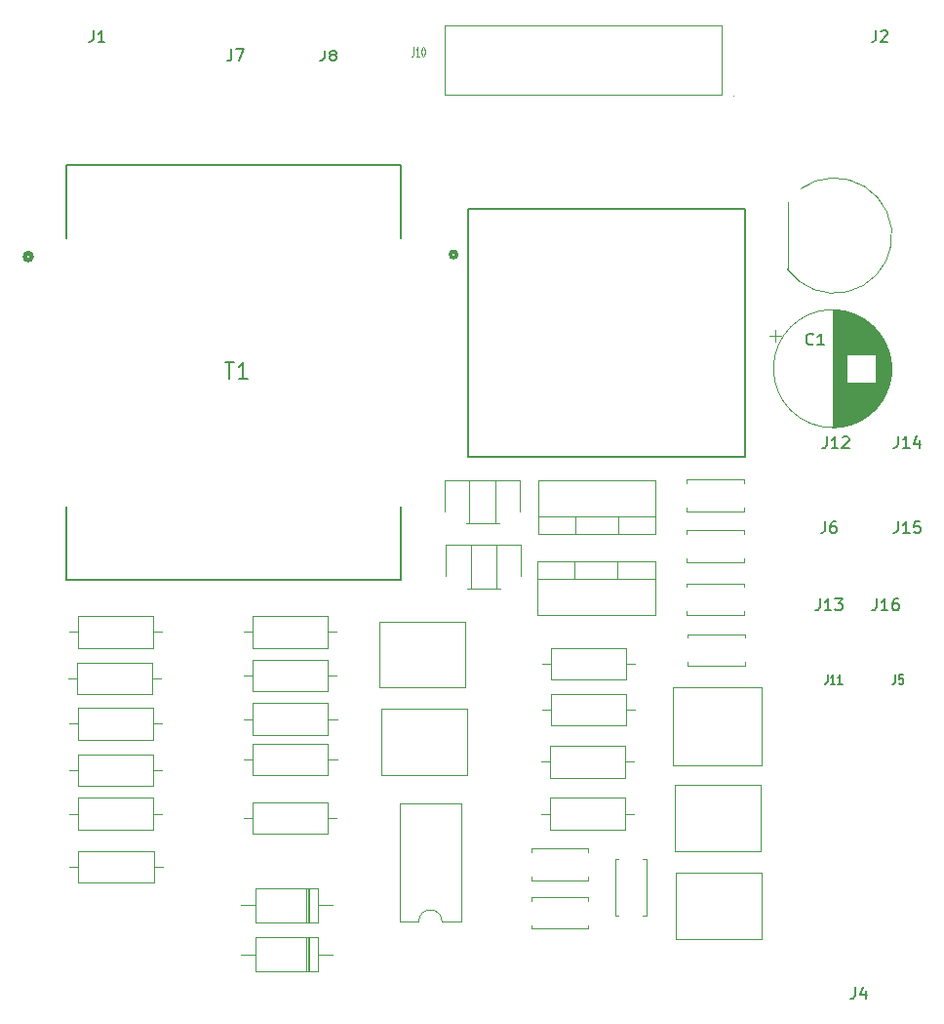
<source format=gbr>
%TF.GenerationSoftware,KiCad,Pcbnew,8.0.6*%
%TF.CreationDate,2025-03-04T10:23:17-08:00*%
%TF.ProjectId,Final_Board-Analog-v2,46696e61-6c5f-4426-9f61-72642d416e61,rev?*%
%TF.SameCoordinates,Original*%
%TF.FileFunction,Legend,Top*%
%TF.FilePolarity,Positive*%
%FSLAX46Y46*%
G04 Gerber Fmt 4.6, Leading zero omitted, Abs format (unit mm)*
G04 Created by KiCad (PCBNEW 8.0.6) date 2025-03-04 10:23:17*
%MOMM*%
%LPD*%
G01*
G04 APERTURE LIST*
%ADD10C,0.150000*%
%ADD11C,0.125000*%
%ADD12C,0.120000*%
%ADD13C,0.127000*%
%ADD14C,0.400000*%
%ADD15C,0.300000*%
%ADD16C,0.100000*%
G04 APERTURE END LIST*
D10*
X172466666Y-135054819D02*
X172466666Y-135769104D01*
X172466666Y-135769104D02*
X172419047Y-135911961D01*
X172419047Y-135911961D02*
X172323809Y-136007200D01*
X172323809Y-136007200D02*
X172180952Y-136054819D01*
X172180952Y-136054819D02*
X172085714Y-136054819D01*
X173371428Y-135388152D02*
X173371428Y-136054819D01*
X173133333Y-135007200D02*
X172895238Y-135721485D01*
X172895238Y-135721485D02*
X173514285Y-135721485D01*
X176190476Y-87254819D02*
X176190476Y-87969104D01*
X176190476Y-87969104D02*
X176142857Y-88111961D01*
X176142857Y-88111961D02*
X176047619Y-88207200D01*
X176047619Y-88207200D02*
X175904762Y-88254819D01*
X175904762Y-88254819D02*
X175809524Y-88254819D01*
X177190476Y-88254819D02*
X176619048Y-88254819D01*
X176904762Y-88254819D02*
X176904762Y-87254819D01*
X176904762Y-87254819D02*
X176809524Y-87397676D01*
X176809524Y-87397676D02*
X176714286Y-87492914D01*
X176714286Y-87492914D02*
X176619048Y-87540533D01*
X178047619Y-87588152D02*
X178047619Y-88254819D01*
X177809524Y-87207200D02*
X177571429Y-87921485D01*
X177571429Y-87921485D02*
X178190476Y-87921485D01*
X118316666Y-53704819D02*
X118316666Y-54419104D01*
X118316666Y-54419104D02*
X118269047Y-54561961D01*
X118269047Y-54561961D02*
X118173809Y-54657200D01*
X118173809Y-54657200D02*
X118030952Y-54704819D01*
X118030952Y-54704819D02*
X117935714Y-54704819D01*
X118697619Y-53704819D02*
X119364285Y-53704819D01*
X119364285Y-53704819D02*
X118935714Y-54704819D01*
X169866666Y-94654819D02*
X169866666Y-95369104D01*
X169866666Y-95369104D02*
X169819047Y-95511961D01*
X169819047Y-95511961D02*
X169723809Y-95607200D01*
X169723809Y-95607200D02*
X169580952Y-95654819D01*
X169580952Y-95654819D02*
X169485714Y-95654819D01*
X170771428Y-94654819D02*
X170580952Y-94654819D01*
X170580952Y-94654819D02*
X170485714Y-94702438D01*
X170485714Y-94702438D02*
X170438095Y-94750057D01*
X170438095Y-94750057D02*
X170342857Y-94892914D01*
X170342857Y-94892914D02*
X170295238Y-95083390D01*
X170295238Y-95083390D02*
X170295238Y-95464342D01*
X170295238Y-95464342D02*
X170342857Y-95559580D01*
X170342857Y-95559580D02*
X170390476Y-95607200D01*
X170390476Y-95607200D02*
X170485714Y-95654819D01*
X170485714Y-95654819D02*
X170676190Y-95654819D01*
X170676190Y-95654819D02*
X170771428Y-95607200D01*
X170771428Y-95607200D02*
X170819047Y-95559580D01*
X170819047Y-95559580D02*
X170866666Y-95464342D01*
X170866666Y-95464342D02*
X170866666Y-95226247D01*
X170866666Y-95226247D02*
X170819047Y-95131009D01*
X170819047Y-95131009D02*
X170771428Y-95083390D01*
X170771428Y-95083390D02*
X170676190Y-95035771D01*
X170676190Y-95035771D02*
X170485714Y-95035771D01*
X170485714Y-95035771D02*
X170390476Y-95083390D01*
X170390476Y-95083390D02*
X170342857Y-95131009D01*
X170342857Y-95131009D02*
X170295238Y-95226247D01*
X117745333Y-80839866D02*
X118545333Y-80839866D01*
X118145333Y-82239866D02*
X118145333Y-80839866D01*
X119745333Y-82239866D02*
X118945333Y-82239866D01*
X119345333Y-82239866D02*
X119345333Y-80839866D01*
X119345333Y-80839866D02*
X119212000Y-81039866D01*
X119212000Y-81039866D02*
X119078667Y-81173200D01*
X119078667Y-81173200D02*
X118945333Y-81239866D01*
X106325666Y-52072819D02*
X106325666Y-52787104D01*
X106325666Y-52787104D02*
X106278047Y-52929961D01*
X106278047Y-52929961D02*
X106182809Y-53025200D01*
X106182809Y-53025200D02*
X106039952Y-53072819D01*
X106039952Y-53072819D02*
X105944714Y-53072819D01*
X107325666Y-53072819D02*
X106754238Y-53072819D01*
X107039952Y-53072819D02*
X107039952Y-52072819D01*
X107039952Y-52072819D02*
X106944714Y-52215676D01*
X106944714Y-52215676D02*
X106849476Y-52310914D01*
X106849476Y-52310914D02*
X106754238Y-52358533D01*
X174269666Y-52072819D02*
X174269666Y-52787104D01*
X174269666Y-52787104D02*
X174222047Y-52929961D01*
X174222047Y-52929961D02*
X174126809Y-53025200D01*
X174126809Y-53025200D02*
X173983952Y-53072819D01*
X173983952Y-53072819D02*
X173888714Y-53072819D01*
X174698238Y-52168057D02*
X174745857Y-52120438D01*
X174745857Y-52120438D02*
X174841095Y-52072819D01*
X174841095Y-52072819D02*
X175079190Y-52072819D01*
X175079190Y-52072819D02*
X175174428Y-52120438D01*
X175174428Y-52120438D02*
X175222047Y-52168057D01*
X175222047Y-52168057D02*
X175269666Y-52263295D01*
X175269666Y-52263295D02*
X175269666Y-52358533D01*
X175269666Y-52358533D02*
X175222047Y-52501390D01*
X175222047Y-52501390D02*
X174650619Y-53072819D01*
X174650619Y-53072819D02*
X175269666Y-53072819D01*
X174310476Y-101354819D02*
X174310476Y-102069104D01*
X174310476Y-102069104D02*
X174262857Y-102211961D01*
X174262857Y-102211961D02*
X174167619Y-102307200D01*
X174167619Y-102307200D02*
X174024762Y-102354819D01*
X174024762Y-102354819D02*
X173929524Y-102354819D01*
X175310476Y-102354819D02*
X174739048Y-102354819D01*
X175024762Y-102354819D02*
X175024762Y-101354819D01*
X175024762Y-101354819D02*
X174929524Y-101497676D01*
X174929524Y-101497676D02*
X174834286Y-101592914D01*
X174834286Y-101592914D02*
X174739048Y-101640533D01*
X176167619Y-101354819D02*
X175977143Y-101354819D01*
X175977143Y-101354819D02*
X175881905Y-101402438D01*
X175881905Y-101402438D02*
X175834286Y-101450057D01*
X175834286Y-101450057D02*
X175739048Y-101592914D01*
X175739048Y-101592914D02*
X175691429Y-101783390D01*
X175691429Y-101783390D02*
X175691429Y-102164342D01*
X175691429Y-102164342D02*
X175739048Y-102259580D01*
X175739048Y-102259580D02*
X175786667Y-102307200D01*
X175786667Y-102307200D02*
X175881905Y-102354819D01*
X175881905Y-102354819D02*
X176072381Y-102354819D01*
X176072381Y-102354819D02*
X176167619Y-102307200D01*
X176167619Y-102307200D02*
X176215238Y-102259580D01*
X176215238Y-102259580D02*
X176262857Y-102164342D01*
X176262857Y-102164342D02*
X176262857Y-101926247D01*
X176262857Y-101926247D02*
X176215238Y-101831009D01*
X176215238Y-101831009D02*
X176167619Y-101783390D01*
X176167619Y-101783390D02*
X176072381Y-101735771D01*
X176072381Y-101735771D02*
X175881905Y-101735771D01*
X175881905Y-101735771D02*
X175786667Y-101783390D01*
X175786667Y-101783390D02*
X175739048Y-101831009D01*
X175739048Y-101831009D02*
X175691429Y-101926247D01*
X169390476Y-101354819D02*
X169390476Y-102069104D01*
X169390476Y-102069104D02*
X169342857Y-102211961D01*
X169342857Y-102211961D02*
X169247619Y-102307200D01*
X169247619Y-102307200D02*
X169104762Y-102354819D01*
X169104762Y-102354819D02*
X169009524Y-102354819D01*
X170390476Y-102354819D02*
X169819048Y-102354819D01*
X170104762Y-102354819D02*
X170104762Y-101354819D01*
X170104762Y-101354819D02*
X170009524Y-101497676D01*
X170009524Y-101497676D02*
X169914286Y-101592914D01*
X169914286Y-101592914D02*
X169819048Y-101640533D01*
X170723810Y-101354819D02*
X171342857Y-101354819D01*
X171342857Y-101354819D02*
X171009524Y-101735771D01*
X171009524Y-101735771D02*
X171152381Y-101735771D01*
X171152381Y-101735771D02*
X171247619Y-101783390D01*
X171247619Y-101783390D02*
X171295238Y-101831009D01*
X171295238Y-101831009D02*
X171342857Y-101926247D01*
X171342857Y-101926247D02*
X171342857Y-102164342D01*
X171342857Y-102164342D02*
X171295238Y-102259580D01*
X171295238Y-102259580D02*
X171247619Y-102307200D01*
X171247619Y-102307200D02*
X171152381Y-102354819D01*
X171152381Y-102354819D02*
X170866667Y-102354819D01*
X170866667Y-102354819D02*
X170771429Y-102307200D01*
X170771429Y-102307200D02*
X170723810Y-102259580D01*
X169990476Y-87304819D02*
X169990476Y-88019104D01*
X169990476Y-88019104D02*
X169942857Y-88161961D01*
X169942857Y-88161961D02*
X169847619Y-88257200D01*
X169847619Y-88257200D02*
X169704762Y-88304819D01*
X169704762Y-88304819D02*
X169609524Y-88304819D01*
X170990476Y-88304819D02*
X170419048Y-88304819D01*
X170704762Y-88304819D02*
X170704762Y-87304819D01*
X170704762Y-87304819D02*
X170609524Y-87447676D01*
X170609524Y-87447676D02*
X170514286Y-87542914D01*
X170514286Y-87542914D02*
X170419048Y-87590533D01*
X171371429Y-87400057D02*
X171419048Y-87352438D01*
X171419048Y-87352438D02*
X171514286Y-87304819D01*
X171514286Y-87304819D02*
X171752381Y-87304819D01*
X171752381Y-87304819D02*
X171847619Y-87352438D01*
X171847619Y-87352438D02*
X171895238Y-87400057D01*
X171895238Y-87400057D02*
X171942857Y-87495295D01*
X171942857Y-87495295D02*
X171942857Y-87590533D01*
X171942857Y-87590533D02*
X171895238Y-87733390D01*
X171895238Y-87733390D02*
X171323810Y-88304819D01*
X171323810Y-88304819D02*
X171942857Y-88304819D01*
X176190476Y-94654819D02*
X176190476Y-95369104D01*
X176190476Y-95369104D02*
X176142857Y-95511961D01*
X176142857Y-95511961D02*
X176047619Y-95607200D01*
X176047619Y-95607200D02*
X175904762Y-95654819D01*
X175904762Y-95654819D02*
X175809524Y-95654819D01*
X177190476Y-95654819D02*
X176619048Y-95654819D01*
X176904762Y-95654819D02*
X176904762Y-94654819D01*
X176904762Y-94654819D02*
X176809524Y-94797676D01*
X176809524Y-94797676D02*
X176714286Y-94892914D01*
X176714286Y-94892914D02*
X176619048Y-94940533D01*
X178095238Y-94654819D02*
X177619048Y-94654819D01*
X177619048Y-94654819D02*
X177571429Y-95131009D01*
X177571429Y-95131009D02*
X177619048Y-95083390D01*
X177619048Y-95083390D02*
X177714286Y-95035771D01*
X177714286Y-95035771D02*
X177952381Y-95035771D01*
X177952381Y-95035771D02*
X178047619Y-95083390D01*
X178047619Y-95083390D02*
X178095238Y-95131009D01*
X178095238Y-95131009D02*
X178142857Y-95226247D01*
X178142857Y-95226247D02*
X178142857Y-95464342D01*
X178142857Y-95464342D02*
X178095238Y-95559580D01*
X178095238Y-95559580D02*
X178047619Y-95607200D01*
X178047619Y-95607200D02*
X177952381Y-95654819D01*
X177952381Y-95654819D02*
X177714286Y-95654819D01*
X177714286Y-95654819D02*
X177619048Y-95607200D01*
X177619048Y-95607200D02*
X177571429Y-95559580D01*
X170073809Y-107962295D02*
X170073809Y-108533723D01*
X170073809Y-108533723D02*
X170042856Y-108648009D01*
X170042856Y-108648009D02*
X169980952Y-108724200D01*
X169980952Y-108724200D02*
X169888094Y-108762295D01*
X169888094Y-108762295D02*
X169826190Y-108762295D01*
X170723809Y-108762295D02*
X170352380Y-108762295D01*
X170538094Y-108762295D02*
X170538094Y-107962295D01*
X170538094Y-107962295D02*
X170476190Y-108076580D01*
X170476190Y-108076580D02*
X170414285Y-108152771D01*
X170414285Y-108152771D02*
X170352380Y-108190866D01*
X171342857Y-108762295D02*
X170971428Y-108762295D01*
X171157142Y-108762295D02*
X171157142Y-107962295D01*
X171157142Y-107962295D02*
X171095238Y-108076580D01*
X171095238Y-108076580D02*
X171033333Y-108152771D01*
X171033333Y-108152771D02*
X170971428Y-108190866D01*
X168833333Y-79259580D02*
X168785714Y-79307200D01*
X168785714Y-79307200D02*
X168642857Y-79354819D01*
X168642857Y-79354819D02*
X168547619Y-79354819D01*
X168547619Y-79354819D02*
X168404762Y-79307200D01*
X168404762Y-79307200D02*
X168309524Y-79211961D01*
X168309524Y-79211961D02*
X168261905Y-79116723D01*
X168261905Y-79116723D02*
X168214286Y-78926247D01*
X168214286Y-78926247D02*
X168214286Y-78783390D01*
X168214286Y-78783390D02*
X168261905Y-78592914D01*
X168261905Y-78592914D02*
X168309524Y-78497676D01*
X168309524Y-78497676D02*
X168404762Y-78402438D01*
X168404762Y-78402438D02*
X168547619Y-78354819D01*
X168547619Y-78354819D02*
X168642857Y-78354819D01*
X168642857Y-78354819D02*
X168785714Y-78402438D01*
X168785714Y-78402438D02*
X168833333Y-78450057D01*
X169785714Y-79354819D02*
X169214286Y-79354819D01*
X169500000Y-79354819D02*
X169500000Y-78354819D01*
X169500000Y-78354819D02*
X169404762Y-78497676D01*
X169404762Y-78497676D02*
X169309524Y-78592914D01*
X169309524Y-78592914D02*
X169214286Y-78640533D01*
D11*
X134145238Y-53513595D02*
X134145238Y-54085023D01*
X134145238Y-54085023D02*
X134121429Y-54199309D01*
X134121429Y-54199309D02*
X134073810Y-54275500D01*
X134073810Y-54275500D02*
X134002381Y-54313595D01*
X134002381Y-54313595D02*
X133954762Y-54313595D01*
X134645238Y-54313595D02*
X134359524Y-54313595D01*
X134502381Y-54313595D02*
X134502381Y-53513595D01*
X134502381Y-53513595D02*
X134454762Y-53627880D01*
X134454762Y-53627880D02*
X134407143Y-53704071D01*
X134407143Y-53704071D02*
X134359524Y-53742166D01*
X134954761Y-53513595D02*
X135002380Y-53513595D01*
X135002380Y-53513595D02*
X135049999Y-53551690D01*
X135049999Y-53551690D02*
X135073809Y-53589785D01*
X135073809Y-53589785D02*
X135097618Y-53665976D01*
X135097618Y-53665976D02*
X135121428Y-53818357D01*
X135121428Y-53818357D02*
X135121428Y-54008833D01*
X135121428Y-54008833D02*
X135097618Y-54161214D01*
X135097618Y-54161214D02*
X135073809Y-54237404D01*
X135073809Y-54237404D02*
X135049999Y-54275500D01*
X135049999Y-54275500D02*
X135002380Y-54313595D01*
X135002380Y-54313595D02*
X134954761Y-54313595D01*
X134954761Y-54313595D02*
X134907142Y-54275500D01*
X134907142Y-54275500D02*
X134883333Y-54237404D01*
X134883333Y-54237404D02*
X134859523Y-54161214D01*
X134859523Y-54161214D02*
X134835714Y-54008833D01*
X134835714Y-54008833D02*
X134835714Y-53818357D01*
X134835714Y-53818357D02*
X134859523Y-53665976D01*
X134859523Y-53665976D02*
X134883333Y-53589785D01*
X134883333Y-53589785D02*
X134907142Y-53551690D01*
X134907142Y-53551690D02*
X134954761Y-53513595D01*
D10*
X126416666Y-53862295D02*
X126416666Y-54433723D01*
X126416666Y-54433723D02*
X126369047Y-54548009D01*
X126369047Y-54548009D02*
X126273809Y-54624200D01*
X126273809Y-54624200D02*
X126130952Y-54662295D01*
X126130952Y-54662295D02*
X126035714Y-54662295D01*
X127035714Y-54205152D02*
X126940476Y-54167057D01*
X126940476Y-54167057D02*
X126892857Y-54128961D01*
X126892857Y-54128961D02*
X126845238Y-54052771D01*
X126845238Y-54052771D02*
X126845238Y-54014676D01*
X126845238Y-54014676D02*
X126892857Y-53938485D01*
X126892857Y-53938485D02*
X126940476Y-53900390D01*
X126940476Y-53900390D02*
X127035714Y-53862295D01*
X127035714Y-53862295D02*
X127226190Y-53862295D01*
X127226190Y-53862295D02*
X127321428Y-53900390D01*
X127321428Y-53900390D02*
X127369047Y-53938485D01*
X127369047Y-53938485D02*
X127416666Y-54014676D01*
X127416666Y-54014676D02*
X127416666Y-54052771D01*
X127416666Y-54052771D02*
X127369047Y-54128961D01*
X127369047Y-54128961D02*
X127321428Y-54167057D01*
X127321428Y-54167057D02*
X127226190Y-54205152D01*
X127226190Y-54205152D02*
X127035714Y-54205152D01*
X127035714Y-54205152D02*
X126940476Y-54243247D01*
X126940476Y-54243247D02*
X126892857Y-54281342D01*
X126892857Y-54281342D02*
X126845238Y-54357533D01*
X126845238Y-54357533D02*
X126845238Y-54509914D01*
X126845238Y-54509914D02*
X126892857Y-54586104D01*
X126892857Y-54586104D02*
X126940476Y-54624200D01*
X126940476Y-54624200D02*
X127035714Y-54662295D01*
X127035714Y-54662295D02*
X127226190Y-54662295D01*
X127226190Y-54662295D02*
X127321428Y-54624200D01*
X127321428Y-54624200D02*
X127369047Y-54586104D01*
X127369047Y-54586104D02*
X127416666Y-54509914D01*
X127416666Y-54509914D02*
X127416666Y-54357533D01*
X127416666Y-54357533D02*
X127369047Y-54281342D01*
X127369047Y-54281342D02*
X127321428Y-54243247D01*
X127321428Y-54243247D02*
X127226190Y-54205152D01*
X175983333Y-107962295D02*
X175983333Y-108533723D01*
X175983333Y-108533723D02*
X175952380Y-108648009D01*
X175952380Y-108648009D02*
X175890476Y-108724200D01*
X175890476Y-108724200D02*
X175797618Y-108762295D01*
X175797618Y-108762295D02*
X175735714Y-108762295D01*
X176602380Y-107962295D02*
X176292856Y-107962295D01*
X176292856Y-107962295D02*
X176261904Y-108343247D01*
X176261904Y-108343247D02*
X176292856Y-108305152D01*
X176292856Y-108305152D02*
X176354761Y-108267057D01*
X176354761Y-108267057D02*
X176509523Y-108267057D01*
X176509523Y-108267057D02*
X176571428Y-108305152D01*
X176571428Y-108305152D02*
X176602380Y-108343247D01*
X176602380Y-108343247D02*
X176633333Y-108419438D01*
X176633333Y-108419438D02*
X176633333Y-108609914D01*
X176633333Y-108609914D02*
X176602380Y-108686104D01*
X176602380Y-108686104D02*
X176571428Y-108724200D01*
X176571428Y-108724200D02*
X176509523Y-108762295D01*
X176509523Y-108762295D02*
X176354761Y-108762295D01*
X176354761Y-108762295D02*
X176292856Y-108724200D01*
X176292856Y-108724200D02*
X176261904Y-108686104D01*
D12*
%TO.C,R10*%
X119400000Y-111800000D02*
X120170000Y-111800000D01*
X120170000Y-110430000D02*
X120170000Y-113170000D01*
X120170000Y-113170000D02*
X126710000Y-113170000D01*
X126710000Y-110430000D02*
X120170000Y-110430000D01*
X126710000Y-113170000D02*
X126710000Y-110430000D01*
X127480000Y-111800000D02*
X126710000Y-111800000D01*
%TO.C,RV1*%
X136830000Y-91105000D02*
X143370000Y-91105000D01*
X136830000Y-93800000D02*
X136830000Y-91105000D01*
X138666000Y-94846000D02*
X141535000Y-94846000D01*
X138980000Y-91105000D02*
X141220000Y-91105000D01*
X138980000Y-94846000D02*
X138980000Y-91105000D01*
X138980000Y-94846000D02*
X141220000Y-94846000D01*
X141220000Y-94846000D02*
X141220000Y-91105000D01*
X143370000Y-93800000D02*
X143370000Y-91105000D01*
%TO.C,R2*%
X104200000Y-112200000D02*
X104970000Y-112200000D01*
X104970000Y-110830000D02*
X104970000Y-113570000D01*
X104970000Y-113570000D02*
X111510000Y-113570000D01*
X111510000Y-110830000D02*
X104970000Y-110830000D01*
X111510000Y-113570000D02*
X111510000Y-110830000D01*
X112280000Y-112200000D02*
X111510000Y-112200000D01*
%TO.C,C4*%
X157850000Y-100030000D02*
X157850000Y-100345000D01*
X157850000Y-100030000D02*
X162790000Y-100030000D01*
X157850000Y-102455000D02*
X157850000Y-102770000D01*
X157850000Y-102770000D02*
X162790000Y-102770000D01*
X162790000Y-100030000D02*
X162790000Y-100345000D01*
X162790000Y-102455000D02*
X162790000Y-102770000D01*
%TO.C,R7*%
X119400000Y-115300000D02*
X120170000Y-115300000D01*
X120170000Y-113930000D02*
X120170000Y-116670000D01*
X120170000Y-116670000D02*
X126710000Y-116670000D01*
X126710000Y-113930000D02*
X120170000Y-113930000D01*
X126710000Y-116670000D02*
X126710000Y-113930000D01*
X127480000Y-115300000D02*
X126710000Y-115300000D01*
%TO.C,C12*%
X144330000Y-127230000D02*
X144330000Y-127545000D01*
X144330000Y-127230000D02*
X149270000Y-127230000D01*
X144330000Y-129655000D02*
X144330000Y-129970000D01*
X144330000Y-129970000D02*
X149270000Y-129970000D01*
X149270000Y-127230000D02*
X149270000Y-127545000D01*
X149270000Y-129655000D02*
X149270000Y-129970000D01*
%TO.C,U4*%
X132940000Y-119070000D02*
X132940000Y-129350000D01*
X132940000Y-129350000D02*
X134590000Y-129350000D01*
X136590000Y-129350000D02*
X138240000Y-129350000D01*
X138240000Y-119070000D02*
X132940000Y-119070000D01*
X138240000Y-129350000D02*
X138240000Y-119070000D01*
X134590000Y-129350000D02*
G75*
G02*
X136590000Y-129350000I1000000J0D01*
G01*
%TO.C,C8*%
X131200000Y-109070000D02*
X131200000Y-103330000D01*
X138640000Y-103330000D02*
X131200000Y-103330000D01*
X138640000Y-109070000D02*
X131200000Y-109070000D01*
X138640000Y-109070000D02*
X138640000Y-103330000D01*
D13*
%TO.C,T1*%
X104002600Y-63707600D02*
X104002600Y-70053500D01*
X104002600Y-63707600D02*
X133009400Y-63707600D01*
X104002600Y-93353500D02*
X104002600Y-99699400D01*
X133009400Y-63707600D02*
X133009400Y-70053500D01*
X133009400Y-93353500D02*
X133009400Y-99699400D01*
X133009400Y-99699400D02*
X104002600Y-99699400D01*
D14*
X100979000Y-71689500D02*
G75*
G02*
X100379000Y-71689500I-300000J0D01*
G01*
X100379000Y-71689500D02*
G75*
G02*
X100979000Y-71689500I300000J0D01*
G01*
D12*
%TO.C,RV2*%
X136930000Y-96705000D02*
X143470000Y-96705000D01*
X136930000Y-99400000D02*
X136930000Y-96705000D01*
X138766000Y-100446000D02*
X141635000Y-100446000D01*
X139080000Y-96705000D02*
X141320000Y-96705000D01*
X139080000Y-100446000D02*
X139080000Y-96705000D01*
X139080000Y-100446000D02*
X141320000Y-100446000D01*
X141320000Y-100446000D02*
X141320000Y-96705000D01*
X143470000Y-99400000D02*
X143470000Y-96705000D01*
D13*
%TO.C,T2*%
X138900000Y-67550000D02*
X162900000Y-67550000D01*
X138900000Y-89050000D02*
X138900000Y-67550000D01*
X162900000Y-67550000D02*
X162900000Y-89050000D01*
X162900000Y-89050000D02*
X138900000Y-89050000D01*
D15*
X137882841Y-71500000D02*
G75*
G02*
X137317159Y-71500000I-282841J0D01*
G01*
X137317159Y-71500000D02*
G75*
G02*
X137882841Y-71500000I282841J0D01*
G01*
D12*
%TO.C,R6*%
X119370000Y-108000000D02*
X120140000Y-108000000D01*
X120140000Y-106630000D02*
X120140000Y-109370000D01*
X120140000Y-109370000D02*
X126680000Y-109370000D01*
X126680000Y-106630000D02*
X120140000Y-106630000D01*
X126680000Y-109370000D02*
X126680000Y-106630000D01*
X127450000Y-108000000D02*
X126680000Y-108000000D01*
%TO.C,C5*%
X157950000Y-104430000D02*
X157950000Y-104745000D01*
X157950000Y-104430000D02*
X162890000Y-104430000D01*
X157950000Y-106855000D02*
X157950000Y-107170000D01*
X157950000Y-107170000D02*
X162890000Y-107170000D01*
X162890000Y-104430000D02*
X162890000Y-104745000D01*
X162890000Y-106855000D02*
X162890000Y-107170000D01*
%TO.C,R11*%
X145200000Y-120000000D02*
X145970000Y-120000000D01*
X145970000Y-118630000D02*
X145970000Y-121370000D01*
X145970000Y-121370000D02*
X152510000Y-121370000D01*
X152510000Y-118630000D02*
X145970000Y-118630000D01*
X152510000Y-121370000D02*
X152510000Y-118630000D01*
X153280000Y-120000000D02*
X152510000Y-120000000D01*
%TO.C,F1*%
X161860000Y-57700000D02*
X161860000Y-57700000D01*
D16*
X136860000Y-51600000D02*
X160860000Y-51600000D01*
X160860000Y-57600000D01*
X136860000Y-57600000D01*
X136860000Y-51600000D01*
D12*
%TO.C,C14*%
X156800000Y-123270000D02*
X156800000Y-117530000D01*
X164240000Y-117530000D02*
X156800000Y-117530000D01*
X164240000Y-123270000D02*
X156800000Y-123270000D01*
X164240000Y-123270000D02*
X164240000Y-117530000D01*
%TO.C,D2*%
X119180000Y-127950000D02*
X120400000Y-127950000D01*
X120400000Y-126480000D02*
X120400000Y-129420000D01*
X120400000Y-129420000D02*
X125840000Y-129420000D01*
X124820000Y-129420000D02*
X124820000Y-126480000D01*
X124940000Y-129420000D02*
X124940000Y-126480000D01*
X125060000Y-129420000D02*
X125060000Y-126480000D01*
X125840000Y-126480000D02*
X120400000Y-126480000D01*
X125840000Y-129420000D02*
X125840000Y-126480000D01*
X127060000Y-127950000D02*
X125840000Y-127950000D01*
%TO.C,R13*%
X145280000Y-111000000D02*
X146050000Y-111000000D01*
X146050000Y-109630000D02*
X146050000Y-112370000D01*
X146050000Y-112370000D02*
X152590000Y-112370000D01*
X152590000Y-109630000D02*
X146050000Y-109630000D01*
X152590000Y-112370000D02*
X152590000Y-109630000D01*
X153360000Y-111000000D02*
X152590000Y-111000000D01*
%TO.C,C3*%
X157850000Y-95430000D02*
X157850000Y-95745000D01*
X157850000Y-95430000D02*
X162790000Y-95430000D01*
X157850000Y-97855000D02*
X157850000Y-98170000D01*
X157850000Y-98170000D02*
X162790000Y-98170000D01*
X162790000Y-95430000D02*
X162790000Y-95745000D01*
X162790000Y-97855000D02*
X162790000Y-98170000D01*
%TO.C,C13*%
X151630000Y-123930000D02*
X151630000Y-128870000D01*
X151945000Y-123930000D02*
X151630000Y-123930000D01*
X151945000Y-128870000D02*
X151630000Y-128870000D01*
X154370000Y-123930000D02*
X154055000Y-123930000D01*
X154370000Y-123930000D02*
X154370000Y-128870000D01*
X154370000Y-128870000D02*
X154055000Y-128870000D01*
%TO.C,R12*%
X145280000Y-107000000D02*
X146050000Y-107000000D01*
X146050000Y-105630000D02*
X146050000Y-108370000D01*
X146050000Y-108370000D02*
X152590000Y-108370000D01*
X152590000Y-105630000D02*
X146050000Y-105630000D01*
X152590000Y-108370000D02*
X152590000Y-105630000D01*
X153360000Y-107000000D02*
X152590000Y-107000000D01*
%TO.C,C9*%
X131300000Y-116670000D02*
X131300000Y-110930000D01*
X138740000Y-110930000D02*
X131300000Y-110930000D01*
X138740000Y-116670000D02*
X131300000Y-116670000D01*
X138740000Y-116670000D02*
X138740000Y-110930000D01*
%TO.C,D1*%
X166596000Y-66939000D02*
X166596000Y-72781000D01*
X167739000Y-65796000D02*
G75*
G02*
X166596000Y-72781000I2921000J-4064000D01*
G01*
%TO.C,D3*%
X119180000Y-132200000D02*
X120400000Y-132200000D01*
X120400000Y-130730000D02*
X120400000Y-133670000D01*
X120400000Y-133670000D02*
X125840000Y-133670000D01*
X124820000Y-133670000D02*
X124820000Y-130730000D01*
X124940000Y-133670000D02*
X124940000Y-130730000D01*
X125060000Y-133670000D02*
X125060000Y-130730000D01*
X125840000Y-130730000D02*
X120400000Y-130730000D01*
X125840000Y-133670000D02*
X125840000Y-130730000D01*
X127060000Y-132200000D02*
X125840000Y-132200000D01*
%TO.C,C10*%
X144330000Y-123030000D02*
X144330000Y-123345000D01*
X144330000Y-123030000D02*
X149270000Y-123030000D01*
X144330000Y-125455000D02*
X144330000Y-125770000D01*
X144330000Y-125770000D02*
X149270000Y-125770000D01*
X149270000Y-123030000D02*
X149270000Y-123345000D01*
X149270000Y-125455000D02*
X149270000Y-125770000D01*
%TO.C,U2*%
X144860000Y-98130000D02*
X144860000Y-102771000D01*
X144860000Y-98130000D02*
X155100000Y-98130000D01*
X144860000Y-99640000D02*
X155100000Y-99640000D01*
X144860000Y-102771000D02*
X155100000Y-102771000D01*
X148130000Y-98130000D02*
X148130000Y-99640000D01*
X151831000Y-98130000D02*
X151831000Y-99640000D01*
X155100000Y-98130000D02*
X155100000Y-102771000D01*
%TO.C,R14*%
X104260000Y-124600000D02*
X105030000Y-124600000D01*
X105030000Y-123230000D02*
X105030000Y-125970000D01*
X105030000Y-125970000D02*
X111570000Y-125970000D01*
X111570000Y-123230000D02*
X105030000Y-123230000D01*
X111570000Y-125970000D02*
X111570000Y-123230000D01*
X112340000Y-124600000D02*
X111570000Y-124600000D01*
%TO.C,C15*%
X156900000Y-125130000D02*
X156900000Y-130870000D01*
X156900000Y-125130000D02*
X164340000Y-125130000D01*
X156900000Y-130870000D02*
X164340000Y-130870000D01*
X164340000Y-125130000D02*
X164340000Y-130870000D01*
%TO.C,R5*%
X104200000Y-120000000D02*
X104970000Y-120000000D01*
X104970000Y-118630000D02*
X104970000Y-121370000D01*
X104970000Y-121370000D02*
X111510000Y-121370000D01*
X111510000Y-118630000D02*
X104970000Y-118630000D01*
X111510000Y-121370000D02*
X111510000Y-118630000D01*
X112280000Y-120000000D02*
X111510000Y-120000000D01*
%TO.C,R4*%
X104120000Y-108250000D02*
X104890000Y-108250000D01*
X104890000Y-106880000D02*
X104890000Y-109620000D01*
X104890000Y-109620000D02*
X111430000Y-109620000D01*
X111430000Y-106880000D02*
X104890000Y-106880000D01*
X111430000Y-109620000D02*
X111430000Y-106880000D01*
X112200000Y-108250000D02*
X111430000Y-108250000D01*
%TO.C,C2*%
X157850000Y-91030000D02*
X157850000Y-91345000D01*
X157850000Y-91030000D02*
X162790000Y-91030000D01*
X157850000Y-93455000D02*
X157850000Y-93770000D01*
X157850000Y-93770000D02*
X162790000Y-93770000D01*
X162790000Y-91030000D02*
X162790000Y-91345000D01*
X162790000Y-93455000D02*
X162790000Y-93770000D01*
%TO.C,R8*%
X145200000Y-115500000D02*
X145970000Y-115500000D01*
X145970000Y-114130000D02*
X145970000Y-116870000D01*
X145970000Y-116870000D02*
X152510000Y-116870000D01*
X152510000Y-114130000D02*
X145970000Y-114130000D01*
X152510000Y-116870000D02*
X152510000Y-114130000D01*
X153280000Y-115500000D02*
X152510000Y-115500000D01*
%TO.C,C11*%
X156650000Y-109030000D02*
X156650000Y-115770000D01*
X156650000Y-109030000D02*
X164390000Y-109030000D01*
X156650000Y-115770000D02*
X164390000Y-115770000D01*
X164390000Y-109030000D02*
X164390000Y-115770000D01*
%TO.C,R9*%
X119360000Y-120400000D02*
X120130000Y-120400000D01*
X120130000Y-119030000D02*
X120130000Y-121770000D01*
X120130000Y-121770000D02*
X126670000Y-121770000D01*
X126670000Y-119030000D02*
X120130000Y-119030000D01*
X126670000Y-121770000D02*
X126670000Y-119030000D01*
X127440000Y-120400000D02*
X126670000Y-120400000D01*
%TO.C,C1*%
X165020354Y-78525000D02*
X166020354Y-78525000D01*
X165520354Y-78025000D02*
X165520354Y-79025000D01*
X170500000Y-76320000D02*
X170500000Y-86480000D01*
X170540000Y-76320000D02*
X170540000Y-86480000D01*
X170580000Y-76320000D02*
X170580000Y-86480000D01*
X170620000Y-76321000D02*
X170620000Y-86479000D01*
X170660000Y-76322000D02*
X170660000Y-86478000D01*
X170700000Y-76323000D02*
X170700000Y-86477000D01*
X170740000Y-76325000D02*
X170740000Y-86475000D01*
X170780000Y-76327000D02*
X170780000Y-86473000D01*
X170820000Y-76330000D02*
X170820000Y-86470000D01*
X170860000Y-76332000D02*
X170860000Y-86468000D01*
X170900000Y-76335000D02*
X170900000Y-86465000D01*
X170940000Y-76338000D02*
X170940000Y-86462000D01*
X170980000Y-76342000D02*
X170980000Y-86458000D01*
X171020000Y-76346000D02*
X171020000Y-86454000D01*
X171060000Y-76350000D02*
X171060000Y-86450000D01*
X171100000Y-76355000D02*
X171100000Y-86445000D01*
X171140000Y-76360000D02*
X171140000Y-86440000D01*
X171180000Y-76365000D02*
X171180000Y-86435000D01*
X171221000Y-76370000D02*
X171221000Y-86430000D01*
X171261000Y-76376000D02*
X171261000Y-86424000D01*
X171301000Y-76382000D02*
X171301000Y-86418000D01*
X171341000Y-76389000D02*
X171341000Y-86411000D01*
X171381000Y-76396000D02*
X171381000Y-86404000D01*
X171421000Y-76403000D02*
X171421000Y-86397000D01*
X171461000Y-76410000D02*
X171461000Y-86390000D01*
X171501000Y-76418000D02*
X171501000Y-86382000D01*
X171541000Y-76426000D02*
X171541000Y-86374000D01*
X171581000Y-76435000D02*
X171581000Y-86365000D01*
X171621000Y-76444000D02*
X171621000Y-86356000D01*
X171661000Y-76453000D02*
X171661000Y-86347000D01*
X171701000Y-76462000D02*
X171701000Y-86338000D01*
X171741000Y-76472000D02*
X171741000Y-86328000D01*
X171781000Y-76482000D02*
X171781000Y-80159000D01*
X171781000Y-82641000D02*
X171781000Y-86318000D01*
X171821000Y-76493000D02*
X171821000Y-80159000D01*
X171821000Y-82641000D02*
X171821000Y-86307000D01*
X171861000Y-76503000D02*
X171861000Y-80159000D01*
X171861000Y-82641000D02*
X171861000Y-86297000D01*
X171901000Y-76515000D02*
X171901000Y-80159000D01*
X171901000Y-82641000D02*
X171901000Y-86285000D01*
X171941000Y-76526000D02*
X171941000Y-80159000D01*
X171941000Y-82641000D02*
X171941000Y-86274000D01*
X171981000Y-76538000D02*
X171981000Y-80159000D01*
X171981000Y-82641000D02*
X171981000Y-86262000D01*
X172021000Y-76550000D02*
X172021000Y-80159000D01*
X172021000Y-82641000D02*
X172021000Y-86250000D01*
X172061000Y-76563000D02*
X172061000Y-80159000D01*
X172061000Y-82641000D02*
X172061000Y-86237000D01*
X172101000Y-76576000D02*
X172101000Y-80159000D01*
X172101000Y-82641000D02*
X172101000Y-86224000D01*
X172141000Y-76589000D02*
X172141000Y-80159000D01*
X172141000Y-82641000D02*
X172141000Y-86211000D01*
X172181000Y-76603000D02*
X172181000Y-80159000D01*
X172181000Y-82641000D02*
X172181000Y-86197000D01*
X172221000Y-76617000D02*
X172221000Y-80159000D01*
X172221000Y-82641000D02*
X172221000Y-86183000D01*
X172261000Y-76632000D02*
X172261000Y-80159000D01*
X172261000Y-82641000D02*
X172261000Y-86168000D01*
X172301000Y-76646000D02*
X172301000Y-80159000D01*
X172301000Y-82641000D02*
X172301000Y-86154000D01*
X172341000Y-76662000D02*
X172341000Y-80159000D01*
X172341000Y-82641000D02*
X172341000Y-86138000D01*
X172381000Y-76677000D02*
X172381000Y-80159000D01*
X172381000Y-82641000D02*
X172381000Y-86123000D01*
X172421000Y-76693000D02*
X172421000Y-80159000D01*
X172421000Y-82641000D02*
X172421000Y-86107000D01*
X172461000Y-76710000D02*
X172461000Y-80159000D01*
X172461000Y-82641000D02*
X172461000Y-86090000D01*
X172501000Y-76726000D02*
X172501000Y-80159000D01*
X172501000Y-82641000D02*
X172501000Y-86074000D01*
X172541000Y-76743000D02*
X172541000Y-80159000D01*
X172541000Y-82641000D02*
X172541000Y-86057000D01*
X172581000Y-76761000D02*
X172581000Y-80159000D01*
X172581000Y-82641000D02*
X172581000Y-86039000D01*
X172621000Y-76779000D02*
X172621000Y-80159000D01*
X172621000Y-82641000D02*
X172621000Y-86021000D01*
X172661000Y-76797000D02*
X172661000Y-80159000D01*
X172661000Y-82641000D02*
X172661000Y-86003000D01*
X172701000Y-76816000D02*
X172701000Y-80159000D01*
X172701000Y-82641000D02*
X172701000Y-85984000D01*
X172741000Y-76836000D02*
X172741000Y-80159000D01*
X172741000Y-82641000D02*
X172741000Y-85964000D01*
X172781000Y-76855000D02*
X172781000Y-80159000D01*
X172781000Y-82641000D02*
X172781000Y-85945000D01*
X172821000Y-76875000D02*
X172821000Y-80159000D01*
X172821000Y-82641000D02*
X172821000Y-85925000D01*
X172861000Y-76896000D02*
X172861000Y-80159000D01*
X172861000Y-82641000D02*
X172861000Y-85904000D01*
X172901000Y-76917000D02*
X172901000Y-80159000D01*
X172901000Y-82641000D02*
X172901000Y-85883000D01*
X172941000Y-76938000D02*
X172941000Y-80159000D01*
X172941000Y-82641000D02*
X172941000Y-85862000D01*
X172981000Y-76960000D02*
X172981000Y-80159000D01*
X172981000Y-82641000D02*
X172981000Y-85840000D01*
X173021000Y-76983000D02*
X173021000Y-80159000D01*
X173021000Y-82641000D02*
X173021000Y-85817000D01*
X173061000Y-77005000D02*
X173061000Y-80159000D01*
X173061000Y-82641000D02*
X173061000Y-85795000D01*
X173101000Y-77029000D02*
X173101000Y-80159000D01*
X173101000Y-82641000D02*
X173101000Y-85771000D01*
X173141000Y-77053000D02*
X173141000Y-80159000D01*
X173141000Y-82641000D02*
X173141000Y-85747000D01*
X173181000Y-77077000D02*
X173181000Y-80159000D01*
X173181000Y-82641000D02*
X173181000Y-85723000D01*
X173221000Y-77102000D02*
X173221000Y-80159000D01*
X173221000Y-82641000D02*
X173221000Y-85698000D01*
X173261000Y-77127000D02*
X173261000Y-80159000D01*
X173261000Y-82641000D02*
X173261000Y-85673000D01*
X173301000Y-77153000D02*
X173301000Y-80159000D01*
X173301000Y-82641000D02*
X173301000Y-85647000D01*
X173341000Y-77179000D02*
X173341000Y-80159000D01*
X173341000Y-82641000D02*
X173341000Y-85621000D01*
X173381000Y-77206000D02*
X173381000Y-80159000D01*
X173381000Y-82641000D02*
X173381000Y-85594000D01*
X173421000Y-77234000D02*
X173421000Y-80159000D01*
X173421000Y-82641000D02*
X173421000Y-85566000D01*
X173461000Y-77262000D02*
X173461000Y-80159000D01*
X173461000Y-82641000D02*
X173461000Y-85538000D01*
X173501000Y-77290000D02*
X173501000Y-80159000D01*
X173501000Y-82641000D02*
X173501000Y-85510000D01*
X173541000Y-77320000D02*
X173541000Y-80159000D01*
X173541000Y-82641000D02*
X173541000Y-85480000D01*
X173581000Y-77350000D02*
X173581000Y-80159000D01*
X173581000Y-82641000D02*
X173581000Y-85450000D01*
X173621000Y-77380000D02*
X173621000Y-80159000D01*
X173621000Y-82641000D02*
X173621000Y-85420000D01*
X173661000Y-77411000D02*
X173661000Y-80159000D01*
X173661000Y-82641000D02*
X173661000Y-85389000D01*
X173701000Y-77443000D02*
X173701000Y-80159000D01*
X173701000Y-82641000D02*
X173701000Y-85357000D01*
X173741000Y-77475000D02*
X173741000Y-80159000D01*
X173741000Y-82641000D02*
X173741000Y-85325000D01*
X173781000Y-77508000D02*
X173781000Y-80159000D01*
X173781000Y-82641000D02*
X173781000Y-85292000D01*
X173821000Y-77542000D02*
X173821000Y-80159000D01*
X173821000Y-82641000D02*
X173821000Y-85258000D01*
X173861000Y-77576000D02*
X173861000Y-80159000D01*
X173861000Y-82641000D02*
X173861000Y-85224000D01*
X173901000Y-77611000D02*
X173901000Y-80159000D01*
X173901000Y-82641000D02*
X173901000Y-85189000D01*
X173941000Y-77647000D02*
X173941000Y-80159000D01*
X173941000Y-82641000D02*
X173941000Y-85153000D01*
X173981000Y-77684000D02*
X173981000Y-80159000D01*
X173981000Y-82641000D02*
X173981000Y-85116000D01*
X174021000Y-77721000D02*
X174021000Y-80159000D01*
X174021000Y-82641000D02*
X174021000Y-85079000D01*
X174061000Y-77760000D02*
X174061000Y-80159000D01*
X174061000Y-82641000D02*
X174061000Y-85040000D01*
X174101000Y-77799000D02*
X174101000Y-80159000D01*
X174101000Y-82641000D02*
X174101000Y-85001000D01*
X174141000Y-77839000D02*
X174141000Y-80159000D01*
X174141000Y-82641000D02*
X174141000Y-84961000D01*
X174181000Y-77880000D02*
X174181000Y-80159000D01*
X174181000Y-82641000D02*
X174181000Y-84920000D01*
X174221000Y-77922000D02*
X174221000Y-80159000D01*
X174221000Y-82641000D02*
X174221000Y-84878000D01*
X174261000Y-77964000D02*
X174261000Y-84836000D01*
X174301000Y-78008000D02*
X174301000Y-84792000D01*
X174341000Y-78053000D02*
X174341000Y-84747000D01*
X174381000Y-78099000D02*
X174381000Y-84701000D01*
X174421000Y-78146000D02*
X174421000Y-84654000D01*
X174461000Y-78194000D02*
X174461000Y-84606000D01*
X174501000Y-78244000D02*
X174501000Y-84556000D01*
X174541000Y-78294000D02*
X174541000Y-84506000D01*
X174581000Y-78346000D02*
X174581000Y-84454000D01*
X174621000Y-78400000D02*
X174621000Y-84400000D01*
X174661000Y-78455000D02*
X174661000Y-84345000D01*
X174701000Y-78511000D02*
X174701000Y-84289000D01*
X174741000Y-78570000D02*
X174741000Y-84230000D01*
X174781000Y-78630000D02*
X174781000Y-84170000D01*
X174821000Y-78691000D02*
X174821000Y-84109000D01*
X174861000Y-78755000D02*
X174861000Y-84045000D01*
X174901000Y-78821000D02*
X174901000Y-83979000D01*
X174941000Y-78890000D02*
X174941000Y-83910000D01*
X174981000Y-78961000D02*
X174981000Y-83839000D01*
X175021000Y-79035000D02*
X175021000Y-83765000D01*
X175061000Y-79111000D02*
X175061000Y-83689000D01*
X175101000Y-79191000D02*
X175101000Y-83609000D01*
X175141000Y-79275000D02*
X175141000Y-83525000D01*
X175181000Y-79363000D02*
X175181000Y-83437000D01*
X175221000Y-79456000D02*
X175221000Y-83344000D01*
X175261000Y-79554000D02*
X175261000Y-83246000D01*
X175301000Y-79658000D02*
X175301000Y-83142000D01*
X175341000Y-79770000D02*
X175341000Y-83030000D01*
X175381000Y-79890000D02*
X175381000Y-82910000D01*
X175421000Y-80022000D02*
X175421000Y-82778000D01*
X175461000Y-80170000D02*
X175461000Y-82630000D01*
X175501000Y-80338000D02*
X175501000Y-82462000D01*
X175541000Y-80538000D02*
X175541000Y-82262000D01*
X175581000Y-80801000D02*
X175581000Y-81999000D01*
X175620000Y-81400000D02*
G75*
G02*
X165380000Y-81400000I-5120000J0D01*
G01*
X165380000Y-81400000D02*
G75*
G02*
X175620000Y-81400000I5120000J0D01*
G01*
%TO.C,U1*%
X144920000Y-95725000D02*
X144920000Y-91084000D01*
X148189000Y-95725000D02*
X148189000Y-94215000D01*
X151890000Y-95725000D02*
X151890000Y-94215000D01*
X155160000Y-91084000D02*
X144920000Y-91084000D01*
X155160000Y-94215000D02*
X144920000Y-94215000D01*
X155160000Y-95725000D02*
X144920000Y-95725000D01*
X155160000Y-95725000D02*
X155160000Y-91084000D01*
%TO.C,R3*%
X104200000Y-116250000D02*
X104970000Y-116250000D01*
X104970000Y-114880000D02*
X104970000Y-117620000D01*
X104970000Y-117620000D02*
X111510000Y-117620000D01*
X111510000Y-114880000D02*
X104970000Y-114880000D01*
X111510000Y-117620000D02*
X111510000Y-114880000D01*
X112280000Y-116250000D02*
X111510000Y-116250000D01*
%TO.C,R15*%
X104200000Y-104250000D02*
X104970000Y-104250000D01*
X104970000Y-102880000D02*
X104970000Y-105620000D01*
X104970000Y-105620000D02*
X111510000Y-105620000D01*
X111510000Y-102880000D02*
X104970000Y-102880000D01*
X111510000Y-105620000D02*
X111510000Y-102880000D01*
X112280000Y-104250000D02*
X111510000Y-104250000D01*
%TO.C,R1*%
X119370000Y-104250000D02*
X120140000Y-104250000D01*
X120140000Y-102880000D02*
X120140000Y-105620000D01*
X120140000Y-105620000D02*
X126680000Y-105620000D01*
X126680000Y-102880000D02*
X120140000Y-102880000D01*
X126680000Y-105620000D02*
X126680000Y-102880000D01*
X127450000Y-104250000D02*
X126680000Y-104250000D01*
%TD*%
M02*

</source>
